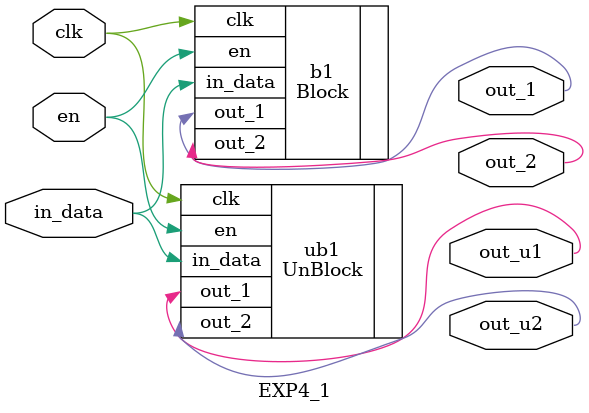
<source format=v>
module EXP4_1(
	input clk,
	input in_data,
	input en,
	output out_u1,
	output out_u2,
	output out_1,
	output out_2
);
Block b1(.clk(clk), .in_data(in_data), .en(en), .out_1(out_1), .out_2(out_2));
UnBlock ub1(.clk(clk), .in_data(in_data), .en(en), .out_1(out_u1), .out_2(out_u2));


endmodule 
</source>
